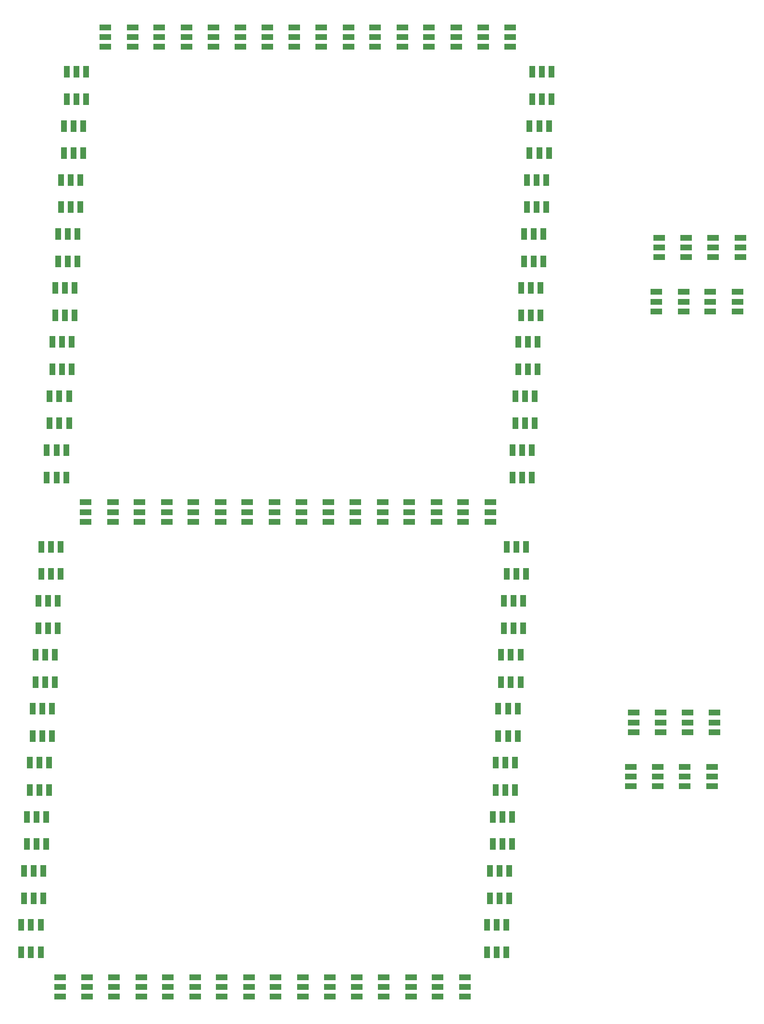
<source format=gbr>
G04 #@! TF.GenerationSoftware,KiCad,Pcbnew,(5.1.4)-1*
G04 #@! TF.CreationDate,2019-11-12T22:01:14+01:00*
G04 #@! TF.ProjectId,Digit_Colon,44696769-745f-4436-9f6c-6f6e2e6b6963,rev?*
G04 #@! TF.SameCoordinates,Original*
G04 #@! TF.FileFunction,Paste,Top*
G04 #@! TF.FilePolarity,Positive*
%FSLAX46Y46*%
G04 Gerber Fmt 4.6, Leading zero omitted, Abs format (unit mm)*
G04 Created by KiCad (PCBNEW (5.1.4)-1) date 2019-11-12 22:01:14*
%MOMM*%
%LPD*%
G04 APERTURE LIST*
%ADD10R,2.000000X1.100000*%
%ADD11R,1.100000X2.000000*%
G04 APERTURE END LIST*
D10*
X178600000Y-169700000D03*
X178600000Y-168000000D03*
X178600000Y-166300000D03*
X183400000Y-166300000D03*
X183400000Y-168000000D03*
X183400000Y-169700000D03*
X183100000Y-86200000D03*
X183100000Y-84500000D03*
X183100000Y-82800000D03*
X187900000Y-82800000D03*
X187900000Y-84500000D03*
X187900000Y-86200000D03*
X188100000Y-169700000D03*
X188100000Y-168000000D03*
X188100000Y-166300000D03*
X192900000Y-166300000D03*
X192900000Y-168000000D03*
X192900000Y-169700000D03*
X192600000Y-86200000D03*
X192600000Y-84500000D03*
X192600000Y-82800000D03*
X197400000Y-82800000D03*
X197400000Y-84500000D03*
X197400000Y-86200000D03*
X192400000Y-175800000D03*
X192400000Y-177500000D03*
X192400000Y-179200000D03*
X187600000Y-179200000D03*
X187600000Y-177500000D03*
X187600000Y-175800000D03*
X196900000Y-92300000D03*
X196900000Y-94000000D03*
X196900000Y-95700000D03*
X192100000Y-95700000D03*
X192100000Y-94000000D03*
X192100000Y-92300000D03*
X182900000Y-175800000D03*
X182900000Y-177500000D03*
X182900000Y-179200000D03*
X178100000Y-179200000D03*
X178100000Y-177500000D03*
X178100000Y-175800000D03*
X187400000Y-92300000D03*
X187400000Y-94000000D03*
X187400000Y-95700000D03*
X182600000Y-95700000D03*
X182600000Y-94000000D03*
X182600000Y-92300000D03*
D11*
X78800000Y-53600000D03*
X80500000Y-53600000D03*
X82200000Y-53600000D03*
X82200000Y-58400000D03*
X80500000Y-58400000D03*
X78800000Y-58400000D03*
D10*
X128400000Y-45800000D03*
X128400000Y-47500000D03*
X128400000Y-49200000D03*
X123600000Y-49200000D03*
X123600000Y-47500000D03*
X123600000Y-45800000D03*
X114100000Y-49200000D03*
X114100000Y-47500000D03*
X114100000Y-45800000D03*
X118900000Y-45800000D03*
X118900000Y-47500000D03*
X118900000Y-49200000D03*
X85600000Y-49200000D03*
X85600000Y-47500000D03*
X85600000Y-45800000D03*
X90400000Y-45800000D03*
X90400000Y-47500000D03*
X90400000Y-49200000D03*
X95100000Y-49200000D03*
X95100000Y-47500000D03*
X95100000Y-45800000D03*
X99900000Y-45800000D03*
X99900000Y-47500000D03*
X99900000Y-49200000D03*
X104600000Y-49200000D03*
X104600000Y-47500000D03*
X104600000Y-45800000D03*
X109400000Y-45800000D03*
X109400000Y-47500000D03*
X109400000Y-49200000D03*
D11*
X78300000Y-63100000D03*
X80000000Y-63100000D03*
X81700000Y-63100000D03*
X81700000Y-67900000D03*
X80000000Y-67900000D03*
X78300000Y-67900000D03*
X77800000Y-72600000D03*
X79500000Y-72600000D03*
X81200000Y-72600000D03*
X81200000Y-77400000D03*
X79500000Y-77400000D03*
X77800000Y-77400000D03*
X77300000Y-82100000D03*
X79000000Y-82100000D03*
X80700000Y-82100000D03*
X80700000Y-86900000D03*
X79000000Y-86900000D03*
X77300000Y-86900000D03*
X74300000Y-137100000D03*
X76000000Y-137100000D03*
X77700000Y-137100000D03*
X77700000Y-141900000D03*
X76000000Y-141900000D03*
X74300000Y-141900000D03*
X73800000Y-146600000D03*
X75500000Y-146600000D03*
X77200000Y-146600000D03*
X77200000Y-151400000D03*
X75500000Y-151400000D03*
X73800000Y-151400000D03*
X73300000Y-156100000D03*
X75000000Y-156100000D03*
X76700000Y-156100000D03*
X76700000Y-160900000D03*
X75000000Y-160900000D03*
X73300000Y-160900000D03*
X72800000Y-165600000D03*
X74500000Y-165600000D03*
X76200000Y-165600000D03*
X76200000Y-170400000D03*
X74500000Y-170400000D03*
X72800000Y-170400000D03*
X78700000Y-124900000D03*
X77000000Y-124900000D03*
X75300000Y-124900000D03*
X75300000Y-120100000D03*
X77000000Y-120100000D03*
X78700000Y-120100000D03*
X79200000Y-115400000D03*
X77500000Y-115400000D03*
X75800000Y-115400000D03*
X75800000Y-110600000D03*
X77500000Y-110600000D03*
X79200000Y-110600000D03*
X79700000Y-105900000D03*
X78000000Y-105900000D03*
X76300000Y-105900000D03*
X76300000Y-101100000D03*
X78000000Y-101100000D03*
X79700000Y-101100000D03*
X80200000Y-96400000D03*
X78500000Y-96400000D03*
X76800000Y-96400000D03*
X76800000Y-91600000D03*
X78500000Y-91600000D03*
X80200000Y-91600000D03*
X74200000Y-208400000D03*
X72500000Y-208400000D03*
X70800000Y-208400000D03*
X70800000Y-203600000D03*
X72500000Y-203600000D03*
X74200000Y-203600000D03*
X74700000Y-198900000D03*
X73000000Y-198900000D03*
X71300000Y-198900000D03*
X71300000Y-194100000D03*
X73000000Y-194100000D03*
X74700000Y-194100000D03*
X75200000Y-189400000D03*
X73500000Y-189400000D03*
X71800000Y-189400000D03*
X71800000Y-184600000D03*
X73500000Y-184600000D03*
X75200000Y-184600000D03*
X75700000Y-179900000D03*
X74000000Y-179900000D03*
X72300000Y-179900000D03*
X72300000Y-175100000D03*
X74000000Y-175100000D03*
X75700000Y-175100000D03*
D10*
X82100000Y-132700000D03*
X82100000Y-131000000D03*
X82100000Y-129300000D03*
X86900000Y-129300000D03*
X86900000Y-131000000D03*
X86900000Y-132700000D03*
X91600000Y-132700000D03*
X91600000Y-131000000D03*
X91600000Y-129300000D03*
X96400000Y-129300000D03*
X96400000Y-131000000D03*
X96400000Y-132700000D03*
X101100000Y-132700000D03*
X101100000Y-131000000D03*
X101100000Y-129300000D03*
X105900000Y-129300000D03*
X105900000Y-131000000D03*
X105900000Y-132700000D03*
X110600000Y-132700000D03*
X110600000Y-131000000D03*
X110600000Y-129300000D03*
X115400000Y-129300000D03*
X115400000Y-131000000D03*
X115400000Y-132700000D03*
X77600000Y-216200000D03*
X77600000Y-214500000D03*
X77600000Y-212800000D03*
X82400000Y-212800000D03*
X82400000Y-214500000D03*
X82400000Y-216200000D03*
X87100000Y-216200000D03*
X87100000Y-214500000D03*
X87100000Y-212800000D03*
X91900000Y-212800000D03*
X91900000Y-214500000D03*
X91900000Y-216200000D03*
X96600000Y-216200000D03*
X96600000Y-214500000D03*
X96600000Y-212800000D03*
X101400000Y-212800000D03*
X101400000Y-214500000D03*
X101400000Y-216200000D03*
X106100000Y-216200000D03*
X106100000Y-214500000D03*
X106100000Y-212800000D03*
X110900000Y-212800000D03*
X110900000Y-214500000D03*
X110900000Y-216200000D03*
X153400000Y-129300000D03*
X153400000Y-131000000D03*
X153400000Y-132700000D03*
X148600000Y-132700000D03*
X148600000Y-131000000D03*
X148600000Y-129300000D03*
X143900000Y-129300000D03*
X143900000Y-131000000D03*
X143900000Y-132700000D03*
X139100000Y-132700000D03*
X139100000Y-131000000D03*
X139100000Y-129300000D03*
X134400000Y-129300000D03*
X134400000Y-131000000D03*
X134400000Y-132700000D03*
X129600000Y-132700000D03*
X129600000Y-131000000D03*
X129600000Y-129300000D03*
X124900000Y-129300000D03*
X124900000Y-131000000D03*
X124900000Y-132700000D03*
X120100000Y-132700000D03*
X120100000Y-131000000D03*
X120100000Y-129300000D03*
X148900000Y-212800000D03*
X148900000Y-214500000D03*
X148900000Y-216200000D03*
X144100000Y-216200000D03*
X144100000Y-214500000D03*
X144100000Y-212800000D03*
X139400000Y-212800000D03*
X139400000Y-214500000D03*
X139400000Y-216200000D03*
X134600000Y-216200000D03*
X134600000Y-214500000D03*
X134600000Y-212800000D03*
X129900000Y-212800000D03*
X129900000Y-214500000D03*
X129900000Y-216200000D03*
X125100000Y-216200000D03*
X125100000Y-214500000D03*
X125100000Y-212800000D03*
X120400000Y-212800000D03*
X120400000Y-214500000D03*
X120400000Y-216200000D03*
X115600000Y-216200000D03*
X115600000Y-214500000D03*
X115600000Y-212800000D03*
D11*
X160700000Y-124900000D03*
X159000000Y-124900000D03*
X157300000Y-124900000D03*
X157300000Y-120100000D03*
X159000000Y-120100000D03*
X160700000Y-120100000D03*
X161200000Y-115400000D03*
X159500000Y-115400000D03*
X157800000Y-115400000D03*
X157800000Y-110600000D03*
X159500000Y-110600000D03*
X161200000Y-110600000D03*
X161700000Y-105900000D03*
X160000000Y-105900000D03*
X158300000Y-105900000D03*
X158300000Y-101100000D03*
X160000000Y-101100000D03*
X161700000Y-101100000D03*
X162200000Y-96400000D03*
X160500000Y-96400000D03*
X158800000Y-96400000D03*
X158800000Y-91600000D03*
X160500000Y-91600000D03*
X162200000Y-91600000D03*
X156200000Y-208400000D03*
X154500000Y-208400000D03*
X152800000Y-208400000D03*
X152800000Y-203600000D03*
X154500000Y-203600000D03*
X156200000Y-203600000D03*
X156700000Y-198900000D03*
X155000000Y-198900000D03*
X153300000Y-198900000D03*
X153300000Y-194100000D03*
X155000000Y-194100000D03*
X156700000Y-194100000D03*
X157200000Y-189400000D03*
X155500000Y-189400000D03*
X153800000Y-189400000D03*
X153800000Y-184600000D03*
X155500000Y-184600000D03*
X157200000Y-184600000D03*
X157700000Y-179900000D03*
X156000000Y-179900000D03*
X154300000Y-179900000D03*
X154300000Y-175100000D03*
X156000000Y-175100000D03*
X157700000Y-175100000D03*
X160800000Y-53600000D03*
X162500000Y-53600000D03*
X164200000Y-53600000D03*
X164200000Y-58400000D03*
X162500000Y-58400000D03*
X160800000Y-58400000D03*
X160300000Y-63100000D03*
X162000000Y-63100000D03*
X163700000Y-63100000D03*
X163700000Y-67900000D03*
X162000000Y-67900000D03*
X160300000Y-67900000D03*
X159800000Y-72600000D03*
X161500000Y-72600000D03*
X163200000Y-72600000D03*
X163200000Y-77400000D03*
X161500000Y-77400000D03*
X159800000Y-77400000D03*
X159300000Y-82100000D03*
X161000000Y-82100000D03*
X162700000Y-82100000D03*
X162700000Y-86900000D03*
X161000000Y-86900000D03*
X159300000Y-86900000D03*
X156300000Y-137100000D03*
X158000000Y-137100000D03*
X159700000Y-137100000D03*
X159700000Y-141900000D03*
X158000000Y-141900000D03*
X156300000Y-141900000D03*
X155800000Y-146600000D03*
X157500000Y-146600000D03*
X159200000Y-146600000D03*
X159200000Y-151400000D03*
X157500000Y-151400000D03*
X155800000Y-151400000D03*
X155300000Y-156100000D03*
X157000000Y-156100000D03*
X158700000Y-156100000D03*
X158700000Y-160900000D03*
X157000000Y-160900000D03*
X155300000Y-160900000D03*
X154800000Y-165600000D03*
X156500000Y-165600000D03*
X158200000Y-165600000D03*
X158200000Y-170400000D03*
X156500000Y-170400000D03*
X154800000Y-170400000D03*
D10*
X156900000Y-45800000D03*
X156900000Y-47500000D03*
X156900000Y-49200000D03*
X152100000Y-49200000D03*
X152100000Y-47500000D03*
X152100000Y-45800000D03*
X147400000Y-45800000D03*
X147400000Y-47500000D03*
X147400000Y-49200000D03*
X142600000Y-49200000D03*
X142600000Y-47500000D03*
X142600000Y-45800000D03*
X137900000Y-45800000D03*
X137900000Y-47500000D03*
X137900000Y-49200000D03*
X133100000Y-49200000D03*
X133100000Y-47500000D03*
X133100000Y-45800000D03*
M02*

</source>
